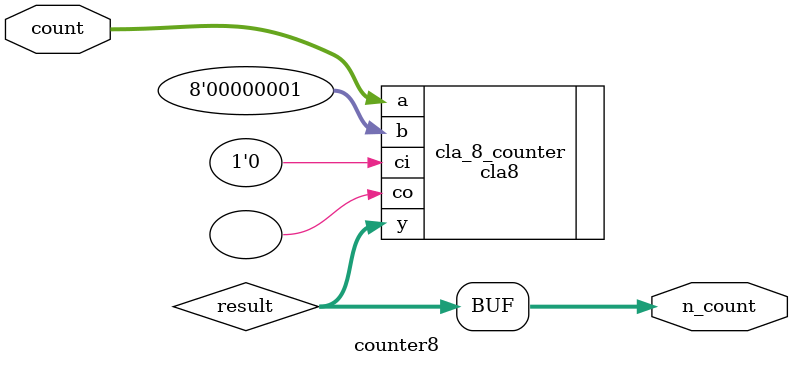
<source format=v>
module counter8 ( count, n_count);   
    input[7:0] count;
    output [7:0] n_count;

    wire[7:0] result;

    cla8 cla_8_counter(.a(count), .b(8'b1), .ci(1'b0), .co(), .y(result));

    assign n_count = result;
endmodule
</source>
